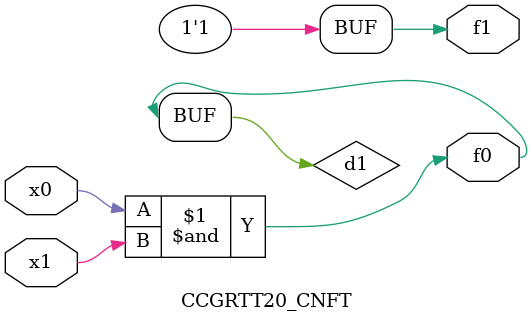
<source format=v>
module CCGRTT20_CNFT(
	input x0, x1,
	output f0, f1
);

	wire d1;

	assign f0 = d1;
	and (d1, x0, x1);
	assign f1 = 1'b1;
endmodule

</source>
